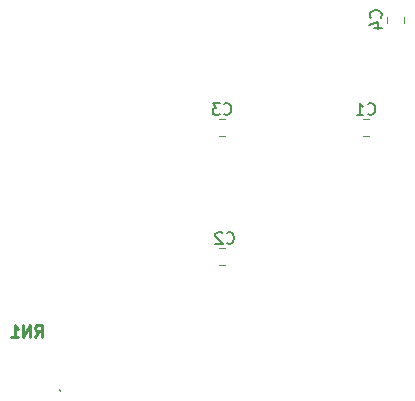
<source format=gbr>
%TF.GenerationSoftware,KiCad,Pcbnew,(5.1.6)-1*%
%TF.CreationDate,2022-03-09T09:08:40-05:00*%
%TF.ProjectId,a500hdd-remake,61353030-6864-4642-9d72-656d616b652e,rev?*%
%TF.SameCoordinates,Original*%
%TF.FileFunction,Legend,Bot*%
%TF.FilePolarity,Positive*%
%FSLAX46Y46*%
G04 Gerber Fmt 4.6, Leading zero omitted, Abs format (unit mm)*
G04 Created by KiCad (PCBNEW (5.1.6)-1) date 2022-03-09 09:08:40*
%MOMM*%
%LPD*%
G01*
G04 APERTURE LIST*
%ADD10C,0.120000*%
%ADD11C,0.100000*%
%ADD12C,0.150000*%
%ADD13C,0.250000*%
G04 APERTURE END LIST*
D10*
%TO.C,C1*%
X141715748Y-73100000D02*
X142238252Y-73100000D01*
X141715748Y-71680000D02*
X142238252Y-71680000D01*
%TO.C,C2*%
X129523748Y-82602000D02*
X130046252Y-82602000D01*
X129523748Y-84022000D02*
X130046252Y-84022000D01*
%TO.C,C3*%
X129532748Y-73100000D02*
X130055252Y-73100000D01*
X129532748Y-71680000D02*
X130055252Y-71680000D01*
%TO.C,C4*%
X145236000Y-62984748D02*
X145236000Y-63507252D01*
X143816000Y-62984748D02*
X143816000Y-63507252D01*
D11*
%TO.C,RN1*%
X116052000Y-94576000D02*
X116052000Y-94576000D01*
X116052000Y-94676000D02*
X116052000Y-94676000D01*
X116052000Y-94676000D02*
G75*
G03*
X116052000Y-94576000I0J50000D01*
G01*
X116052000Y-94576000D02*
G75*
G03*
X116052000Y-94676000I0J-50000D01*
G01*
%TO.C,C1*%
D12*
X142152666Y-71223142D02*
X142200285Y-71270761D01*
X142343142Y-71318380D01*
X142438380Y-71318380D01*
X142581238Y-71270761D01*
X142676476Y-71175523D01*
X142724095Y-71080285D01*
X142771714Y-70889809D01*
X142771714Y-70746952D01*
X142724095Y-70556476D01*
X142676476Y-70461238D01*
X142581238Y-70366000D01*
X142438380Y-70318380D01*
X142343142Y-70318380D01*
X142200285Y-70366000D01*
X142152666Y-70413619D01*
X141200285Y-71318380D02*
X141771714Y-71318380D01*
X141486000Y-71318380D02*
X141486000Y-70318380D01*
X141581238Y-70461238D01*
X141676476Y-70556476D01*
X141771714Y-70604095D01*
%TO.C,C2*%
X130205666Y-82145142D02*
X130253285Y-82192761D01*
X130396142Y-82240380D01*
X130491380Y-82240380D01*
X130634238Y-82192761D01*
X130729476Y-82097523D01*
X130777095Y-82002285D01*
X130824714Y-81811809D01*
X130824714Y-81668952D01*
X130777095Y-81478476D01*
X130729476Y-81383238D01*
X130634238Y-81288000D01*
X130491380Y-81240380D01*
X130396142Y-81240380D01*
X130253285Y-81288000D01*
X130205666Y-81335619D01*
X129824714Y-81335619D02*
X129777095Y-81288000D01*
X129681857Y-81240380D01*
X129443761Y-81240380D01*
X129348523Y-81288000D01*
X129300904Y-81335619D01*
X129253285Y-81430857D01*
X129253285Y-81526095D01*
X129300904Y-81668952D01*
X129872333Y-82240380D01*
X129253285Y-82240380D01*
%TO.C,C3*%
X129960666Y-71223142D02*
X130008285Y-71270761D01*
X130151142Y-71318380D01*
X130246380Y-71318380D01*
X130389238Y-71270761D01*
X130484476Y-71175523D01*
X130532095Y-71080285D01*
X130579714Y-70889809D01*
X130579714Y-70746952D01*
X130532095Y-70556476D01*
X130484476Y-70461238D01*
X130389238Y-70366000D01*
X130246380Y-70318380D01*
X130151142Y-70318380D01*
X130008285Y-70366000D01*
X129960666Y-70413619D01*
X129627333Y-70318380D02*
X129008285Y-70318380D01*
X129341619Y-70699333D01*
X129198761Y-70699333D01*
X129103523Y-70746952D01*
X129055904Y-70794571D01*
X129008285Y-70889809D01*
X129008285Y-71127904D01*
X129055904Y-71223142D01*
X129103523Y-71270761D01*
X129198761Y-71318380D01*
X129484476Y-71318380D01*
X129579714Y-71270761D01*
X129627333Y-71223142D01*
%TO.C,C4*%
X143233142Y-63079333D02*
X143280761Y-63031714D01*
X143328380Y-62888857D01*
X143328380Y-62793619D01*
X143280761Y-62650761D01*
X143185523Y-62555523D01*
X143090285Y-62507904D01*
X142899809Y-62460285D01*
X142756952Y-62460285D01*
X142566476Y-62507904D01*
X142471238Y-62555523D01*
X142376000Y-62650761D01*
X142328380Y-62793619D01*
X142328380Y-62888857D01*
X142376000Y-63031714D01*
X142423619Y-63079333D01*
X142661714Y-63936476D02*
X143328380Y-63936476D01*
X142280761Y-63698380D02*
X142995047Y-63460285D01*
X142995047Y-64079333D01*
%TO.C,RN1*%
D13*
X113974476Y-90114380D02*
X114307809Y-89638190D01*
X114545904Y-90114380D02*
X114545904Y-89114380D01*
X114164952Y-89114380D01*
X114069714Y-89162000D01*
X114022095Y-89209619D01*
X113974476Y-89304857D01*
X113974476Y-89447714D01*
X114022095Y-89542952D01*
X114069714Y-89590571D01*
X114164952Y-89638190D01*
X114545904Y-89638190D01*
X113545904Y-90114380D02*
X113545904Y-89114380D01*
X112974476Y-90114380D01*
X112974476Y-89114380D01*
X111974476Y-90114380D02*
X112545904Y-90114380D01*
X112260190Y-90114380D02*
X112260190Y-89114380D01*
X112355428Y-89257238D01*
X112450666Y-89352476D01*
X112545904Y-89400095D01*
%TD*%
M02*

</source>
